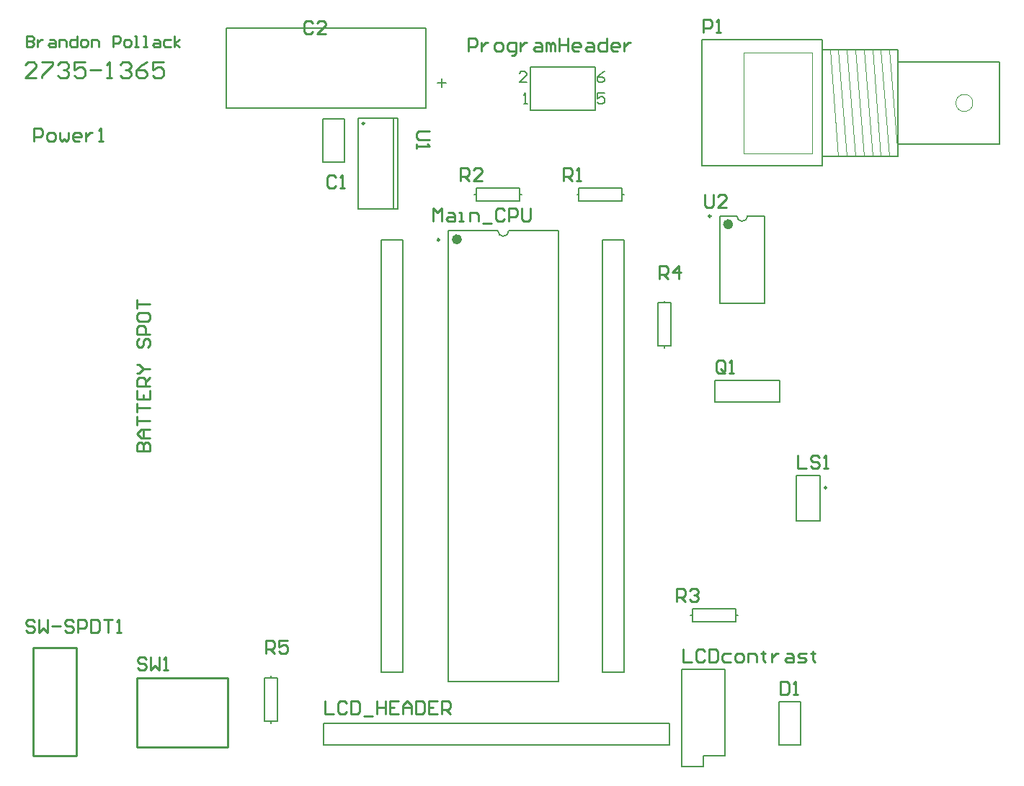
<source format=gto>
%FSLAX25Y25*%
%MOIN*%
G70*
G01*
G75*
G04 Layer_Color=65535*
%ADD10C,0.01000*%
%ADD11R,0.05906X0.05906*%
%ADD12C,0.05906*%
%ADD13C,0.07500*%
%ADD14C,0.12992*%
%ADD15C,0.04724*%
%ADD16R,0.04724X0.04724*%
%ADD17C,0.05512*%
%ADD18R,0.05906X0.05906*%
%ADD19C,0.20000*%
%ADD20C,0.05600*%
%ADD21C,0.06299*%
%ADD22R,0.06299X0.06299*%
%ADD23C,0.06299*%
%ADD24R,0.06299X0.06299*%
%ADD25C,0.05000*%
%ADD26C,0.00098*%
%ADD27C,0.00984*%
%ADD28C,0.02362*%
%ADD29C,0.00787*%
%ADD30C,0.00098*%
%ADD31C,0.00800*%
%ADD32C,0.00591*%
D10*
X205000Y109000D02*
Y141000D01*
X163000Y109000D02*
X205000D01*
X163000D02*
Y141000D01*
X205000D01*
X135000Y105000D02*
Y125000D01*
X115000Y155000D02*
X135000D01*
Y125000D02*
Y155000D01*
X115000Y105000D02*
X135000D01*
X115000D02*
Y155000D01*
X167499Y149498D02*
X166499Y150498D01*
X164500D01*
X163500Y149498D01*
Y148499D01*
X164500Y147499D01*
X166499D01*
X167499Y146499D01*
Y145500D01*
X166499Y144500D01*
X164500D01*
X163500Y145500D01*
X169498Y150498D02*
Y144500D01*
X171497Y146499D01*
X173497Y144500D01*
Y150498D01*
X175496Y144500D02*
X177496D01*
X176496D01*
Y150498D01*
X175496Y149498D01*
X254999Y372498D02*
X253999Y373498D01*
X252000D01*
X251000Y372498D01*
Y368500D01*
X252000Y367500D01*
X253999D01*
X254999Y368500D01*
X256998Y367500D02*
X258997D01*
X257998D01*
Y373498D01*
X256998Y372498D01*
X244499Y443998D02*
X243499Y444998D01*
X241500D01*
X240500Y443998D01*
Y440000D01*
X241500Y439000D01*
X243499D01*
X244499Y440000D01*
X250497Y439000D02*
X246498D01*
X250497Y442999D01*
Y443998D01*
X249497Y444998D01*
X247498D01*
X246498Y443998D01*
X460600Y139398D02*
Y133400D01*
X463599D01*
X464599Y134400D01*
Y138398D01*
X463599Y139398D01*
X460600D01*
X466598Y133400D02*
X468597D01*
X467598D01*
Y139398D01*
X466598Y138398D01*
X250100Y130398D02*
Y124400D01*
X254099D01*
X260097Y129398D02*
X259097Y130398D01*
X257098D01*
X256098Y129398D01*
Y125400D01*
X257098Y124400D01*
X259097D01*
X260097Y125400D01*
X262096Y130398D02*
Y124400D01*
X265095D01*
X266095Y125400D01*
Y129398D01*
X265095Y130398D01*
X262096D01*
X268094Y123400D02*
X272093D01*
X274092Y130398D02*
Y124400D01*
Y127399D01*
X278091D01*
Y130398D01*
Y124400D01*
X284089Y130398D02*
X280090D01*
Y124400D01*
X284089D01*
X280090Y127399D02*
X282090D01*
X286088Y124400D02*
Y128399D01*
X288088Y130398D01*
X290087Y128399D01*
Y124400D01*
Y127399D01*
X286088D01*
X292086Y130398D02*
Y124400D01*
X295085D01*
X296085Y125400D01*
Y129398D01*
X295085Y130398D01*
X292086D01*
X302083D02*
X298084D01*
Y124400D01*
X302083D01*
X298084Y127399D02*
X300084D01*
X304082Y124400D02*
Y130398D01*
X307082D01*
X308081Y129398D01*
Y127399D01*
X307082Y126399D01*
X304082D01*
X306082D02*
X308081Y124400D01*
X415600Y154398D02*
Y148400D01*
X419599D01*
X425597Y153398D02*
X424597Y154398D01*
X422598D01*
X421598Y153398D01*
Y149400D01*
X422598Y148400D01*
X424597D01*
X425597Y149400D01*
X427596Y154398D02*
Y148400D01*
X430595D01*
X431595Y149400D01*
Y153398D01*
X430595Y154398D01*
X427596D01*
X437593Y152399D02*
X434594D01*
X433594Y151399D01*
Y149400D01*
X434594Y148400D01*
X437593D01*
X440592D02*
X442591D01*
X443591Y149400D01*
Y151399D01*
X442591Y152399D01*
X440592D01*
X439592Y151399D01*
Y149400D01*
X440592Y148400D01*
X445590D02*
Y152399D01*
X448589D01*
X449589Y151399D01*
Y148400D01*
X452588Y153398D02*
Y152399D01*
X451588D01*
X453588D01*
X452588D01*
Y149400D01*
X453588Y148400D01*
X456587Y152399D02*
Y148400D01*
Y150399D01*
X457586Y151399D01*
X458586Y152399D01*
X459586D01*
X463585D02*
X465584D01*
X466583Y151399D01*
Y148400D01*
X463585D01*
X462585Y149400D01*
X463585Y150399D01*
X466583D01*
X468583Y148400D02*
X471582D01*
X472582Y149400D01*
X471582Y150399D01*
X469583D01*
X468583Y151399D01*
X469583Y152399D01*
X472582D01*
X475581Y153398D02*
Y152399D01*
X474581D01*
X476580D01*
X475581D01*
Y149400D01*
X476580Y148400D01*
X468600Y243898D02*
Y237900D01*
X472599D01*
X478597Y242898D02*
X477597Y243898D01*
X475598D01*
X474598Y242898D01*
Y241899D01*
X475598Y240899D01*
X477597D01*
X478597Y239899D01*
Y238900D01*
X477597Y237900D01*
X475598D01*
X474598Y238900D01*
X480596Y237900D02*
X482595D01*
X481596D01*
Y243898D01*
X480596Y242898D01*
X300150Y352250D02*
Y358248D01*
X302149Y356249D01*
X304149Y358248D01*
Y352250D01*
X307148Y356249D02*
X309147D01*
X310147Y355249D01*
Y352250D01*
X307148D01*
X306148Y353250D01*
X307148Y354249D01*
X310147D01*
X312146Y352250D02*
X314145D01*
X313146D01*
Y356249D01*
X312146D01*
X317144Y352250D02*
Y356249D01*
X320144D01*
X321143Y355249D01*
Y352250D01*
X323143Y351250D02*
X327141D01*
X333139Y357248D02*
X332140Y358248D01*
X330140D01*
X329141Y357248D01*
Y353250D01*
X330140Y352250D01*
X332140D01*
X333139Y353250D01*
X335139Y352250D02*
Y358248D01*
X338138D01*
X339137Y357248D01*
Y355249D01*
X338138Y354249D01*
X335139D01*
X341137Y358248D02*
Y353250D01*
X342136Y352250D01*
X344136D01*
X345135Y353250D01*
Y358248D01*
X425100Y439500D02*
Y445498D01*
X428099D01*
X429099Y444498D01*
Y442499D01*
X428099Y441499D01*
X425100D01*
X431098Y439500D02*
X433097D01*
X432098D01*
Y445498D01*
X431098Y444498D01*
X115350Y389250D02*
Y395248D01*
X118349D01*
X119349Y394248D01*
Y392249D01*
X118349Y391249D01*
X115350D01*
X122348Y389250D02*
X124347D01*
X125347Y390250D01*
Y392249D01*
X124347Y393249D01*
X122348D01*
X121348Y392249D01*
Y390250D01*
X122348Y389250D01*
X127346Y393249D02*
Y390250D01*
X128346Y389250D01*
X129346Y390250D01*
X130345Y389250D01*
X131345Y390250D01*
Y393249D01*
X136343Y389250D02*
X134344D01*
X133344Y390250D01*
Y392249D01*
X134344Y393249D01*
X136343D01*
X137343Y392249D01*
Y391249D01*
X133344D01*
X139342Y393249D02*
Y389250D01*
Y391249D01*
X140342Y392249D01*
X141342Y393249D01*
X142341D01*
X145340Y389250D02*
X147340D01*
X146340D01*
Y395248D01*
X145340Y394248D01*
X316500Y431000D02*
Y436998D01*
X319499D01*
X320499Y435998D01*
Y433999D01*
X319499Y432999D01*
X316500D01*
X322498Y434999D02*
Y431000D01*
Y432999D01*
X323498Y433999D01*
X324497Y434999D01*
X325497D01*
X329496Y431000D02*
X331495D01*
X332495Y432000D01*
Y433999D01*
X331495Y434999D01*
X329496D01*
X328496Y433999D01*
Y432000D01*
X329496Y431000D01*
X336493Y429001D02*
X337493D01*
X338493Y430000D01*
Y434999D01*
X335494D01*
X334494Y433999D01*
Y432000D01*
X335494Y431000D01*
X338493D01*
X340492Y434999D02*
Y431000D01*
Y432999D01*
X341492Y433999D01*
X342492Y434999D01*
X343491D01*
X347490D02*
X349489D01*
X350489Y433999D01*
Y431000D01*
X347490D01*
X346490Y432000D01*
X347490Y432999D01*
X350489D01*
X352488Y431000D02*
Y434999D01*
X353488D01*
X354488Y433999D01*
Y431000D01*
Y433999D01*
X355487Y434999D01*
X356487Y433999D01*
Y431000D01*
X358486Y436998D02*
Y431000D01*
Y433999D01*
X362485D01*
Y436998D01*
Y431000D01*
X367483D02*
X365484D01*
X364485Y432000D01*
Y433999D01*
X365484Y434999D01*
X367483D01*
X368483Y433999D01*
Y432999D01*
X364485D01*
X371482Y434999D02*
X373482D01*
X374481Y433999D01*
Y431000D01*
X371482D01*
X370482Y432000D01*
X371482Y432999D01*
X374481D01*
X380479Y436998D02*
Y431000D01*
X377480D01*
X376481Y432000D01*
Y433999D01*
X377480Y434999D01*
X380479D01*
X385478Y431000D02*
X383478D01*
X382479Y432000D01*
Y433999D01*
X383478Y434999D01*
X385478D01*
X386477Y433999D01*
Y432999D01*
X382479D01*
X388477Y434999D02*
Y431000D01*
Y432999D01*
X389476Y433999D01*
X390476Y434999D01*
X391476D01*
X435099Y282900D02*
Y286898D01*
X434099Y287898D01*
X432100D01*
X431100Y286898D01*
Y282900D01*
X432100Y281900D01*
X434099D01*
X433099Y283899D02*
X435099Y281900D01*
X434099D02*
X435099Y282900D01*
X437098Y281900D02*
X439097D01*
X438098D01*
Y287898D01*
X437098Y286898D01*
X360300Y370900D02*
Y376898D01*
X363299D01*
X364299Y375898D01*
Y373899D01*
X363299Y372899D01*
X360300D01*
X362299D02*
X364299Y370900D01*
X366298D02*
X368297D01*
X367298D01*
Y376898D01*
X366298Y375898D01*
X312800Y370900D02*
Y376898D01*
X315799D01*
X316799Y375898D01*
Y373899D01*
X315799Y372899D01*
X312800D01*
X314799D02*
X316799Y370900D01*
X322797D02*
X318798D01*
X322797Y374899D01*
Y375898D01*
X321797Y376898D01*
X319798D01*
X318798Y375898D01*
X412800Y176400D02*
Y182398D01*
X415799D01*
X416799Y181398D01*
Y179399D01*
X415799Y178399D01*
X412800D01*
X414799D02*
X416799Y176400D01*
X418798Y181398D02*
X419798Y182398D01*
X421797D01*
X422797Y181398D01*
Y180399D01*
X421797Y179399D01*
X420797D01*
X421797D01*
X422797Y178399D01*
Y177400D01*
X421797Y176400D01*
X419798D01*
X418798Y177400D01*
X404600Y325700D02*
Y331698D01*
X407599D01*
X408599Y330698D01*
Y328699D01*
X407599Y327699D01*
X404600D01*
X406599D02*
X408599Y325700D01*
X413597D02*
Y331698D01*
X410598Y328699D01*
X414597D01*
X222600Y152200D02*
Y158198D01*
X225599D01*
X226599Y157198D01*
Y155199D01*
X225599Y154199D01*
X222600D01*
X224599D02*
X226599Y152200D01*
X232597Y158198D02*
X228598D01*
Y155199D01*
X230597Y156199D01*
X231597D01*
X232597Y155199D01*
Y153200D01*
X231597Y152200D01*
X229598D01*
X228598Y153200D01*
X298498Y394000D02*
X293500D01*
X292500Y393000D01*
Y391001D01*
X293500Y390001D01*
X298498D01*
X292500Y388002D02*
Y386003D01*
Y387002D01*
X298498D01*
X297498Y388002D01*
X425600Y364598D02*
Y359600D01*
X426600Y358600D01*
X428599D01*
X429599Y359600D01*
Y364598D01*
X435597Y358600D02*
X431598D01*
X435597Y362599D01*
Y363598D01*
X434597Y364598D01*
X432598D01*
X431598Y363598D01*
X115799Y167098D02*
X114799Y168098D01*
X112800D01*
X111800Y167098D01*
Y166099D01*
X112800Y165099D01*
X114799D01*
X115799Y164099D01*
Y163100D01*
X114799Y162100D01*
X112800D01*
X111800Y163100D01*
X117798Y168098D02*
Y162100D01*
X119797Y164099D01*
X121797Y162100D01*
Y168098D01*
X123796Y165099D02*
X127795D01*
X133793Y167098D02*
X132793Y168098D01*
X130794D01*
X129794Y167098D01*
Y166099D01*
X130794Y165099D01*
X132793D01*
X133793Y164099D01*
Y163100D01*
X132793Y162100D01*
X130794D01*
X129794Y163100D01*
X135792Y162100D02*
Y168098D01*
X138791D01*
X139791Y167098D01*
Y165099D01*
X138791Y164099D01*
X135792D01*
X141790Y168098D02*
Y162100D01*
X144789D01*
X145789Y163100D01*
Y167098D01*
X144789Y168098D01*
X141790D01*
X147788D02*
X151787D01*
X149788D01*
Y162100D01*
X153786D02*
X155786D01*
X154786D01*
Y168098D01*
X153786Y167098D01*
X163002Y246000D02*
X169000D01*
Y248999D01*
X168000Y249999D01*
X167001D01*
X166001Y248999D01*
Y246000D01*
Y248999D01*
X165001Y249999D01*
X164002D01*
X163002Y248999D01*
Y246000D01*
X169000Y251998D02*
X165001D01*
X163002Y253997D01*
X165001Y255997D01*
X169000D01*
X166001D01*
Y251998D01*
X163002Y257996D02*
Y261995D01*
Y259996D01*
X169000D01*
X163002Y263994D02*
Y267993D01*
Y265993D01*
X169000D01*
X163002Y273991D02*
Y269992D01*
X169000D01*
Y273991D01*
X166001Y269992D02*
Y271992D01*
X169000Y275990D02*
X163002D01*
Y278989D01*
X164002Y279989D01*
X166001D01*
X167001Y278989D01*
Y275990D01*
Y277990D02*
X169000Y279989D01*
X163002Y281988D02*
X164002D01*
X166001Y283988D01*
X164002Y285987D01*
X163002D01*
X166001Y283988D02*
X169000D01*
X164002Y297983D02*
X163002Y296984D01*
Y294984D01*
X164002Y293985D01*
X165001D01*
X166001Y294984D01*
Y296984D01*
X167001Y297983D01*
X168000D01*
X169000Y296984D01*
Y294984D01*
X168000Y293985D01*
X169000Y299983D02*
X163002D01*
Y302982D01*
X164002Y303981D01*
X166001D01*
X167001Y302982D01*
Y299983D01*
X163002Y308980D02*
Y306980D01*
X164002Y305981D01*
X168000D01*
X169000Y306980D01*
Y308980D01*
X168000Y309979D01*
X164002D01*
X163002Y308980D01*
Y311979D02*
Y315977D01*
Y313978D01*
X169000D01*
X112000Y437998D02*
Y433000D01*
X114499D01*
X115332Y433833D01*
Y434666D01*
X114499Y435499D01*
X112000D01*
X114499D01*
X115332Y436332D01*
Y437165D01*
X114499Y437998D01*
X112000D01*
X116998Y436332D02*
Y433000D01*
Y434666D01*
X117831Y435499D01*
X118665Y436332D01*
X119498D01*
X122830D02*
X124496D01*
X125329Y435499D01*
Y433000D01*
X122830D01*
X121997Y433833D01*
X122830Y434666D01*
X125329D01*
X126995Y433000D02*
Y436332D01*
X129494D01*
X130327Y435499D01*
Y433000D01*
X135326Y437998D02*
Y433000D01*
X132827D01*
X131993Y433833D01*
Y435499D01*
X132827Y436332D01*
X135326D01*
X137825Y433000D02*
X139491D01*
X140324Y433833D01*
Y435499D01*
X139491Y436332D01*
X137825D01*
X136992Y435499D01*
Y433833D01*
X137825Y433000D01*
X141990D02*
Y436332D01*
X144490D01*
X145323Y435499D01*
Y433000D01*
X151987D02*
Y437998D01*
X154486D01*
X155319Y437165D01*
Y435499D01*
X154486Y434666D01*
X151987D01*
X157818Y433000D02*
X159485D01*
X160318Y433833D01*
Y435499D01*
X159485Y436332D01*
X157818D01*
X156985Y435499D01*
Y433833D01*
X157818Y433000D01*
X161984D02*
X163650D01*
X162817D01*
Y437998D01*
X161984D01*
X166149Y433000D02*
X167815D01*
X166982D01*
Y437998D01*
X166149D01*
X171148Y436332D02*
X172814D01*
X173647Y435499D01*
Y433000D01*
X171148D01*
X170314Y433833D01*
X171148Y434666D01*
X173647D01*
X178645Y436332D02*
X176146D01*
X175313Y435499D01*
Y433833D01*
X176146Y433000D01*
X178645D01*
X180311D02*
Y437998D01*
Y434666D02*
X182810Y436332D01*
X180311Y434666D02*
X182810Y433000D01*
X116498Y418500D02*
X111500D01*
X116498Y423498D01*
Y424748D01*
X115249Y425998D01*
X112750D01*
X111500Y424748D01*
X118998Y425998D02*
X123996D01*
Y424748D01*
X118998Y419750D01*
Y418500D01*
X126495Y424748D02*
X127745Y425998D01*
X130244D01*
X131493Y424748D01*
Y423498D01*
X130244Y422249D01*
X128994D01*
X130244D01*
X131493Y420999D01*
Y419750D01*
X130244Y418500D01*
X127745D01*
X126495Y419750D01*
X138991Y425998D02*
X133993D01*
Y422249D01*
X136492Y423498D01*
X137741D01*
X138991Y422249D01*
Y419750D01*
X137741Y418500D01*
X135242D01*
X133993Y419750D01*
X141490Y422249D02*
X146489D01*
X148988Y418500D02*
X151487D01*
X150238D01*
Y425998D01*
X148988Y424748D01*
X155236D02*
X156485Y425998D01*
X158985D01*
X160234Y424748D01*
Y423498D01*
X158985Y422249D01*
X157735D01*
X158985D01*
X160234Y420999D01*
Y419750D01*
X158985Y418500D01*
X156485D01*
X155236Y419750D01*
X167732Y425998D02*
X165233Y424748D01*
X162733Y422249D01*
Y419750D01*
X163983Y418500D01*
X166482D01*
X167732Y419750D01*
Y420999D01*
X166482Y422249D01*
X162733D01*
X175229Y425998D02*
X170231D01*
Y422249D01*
X172730Y423498D01*
X173980D01*
X175229Y422249D01*
Y419750D01*
X173980Y418500D01*
X171481D01*
X170231Y419750D01*
D26*
X549717Y407000D02*
G03*
X549717Y407000I-3937J0D01*
G01*
X475307Y383772D02*
Y430228D01*
X483575Y431606D02*
X487512Y382394D01*
Y431606D02*
X491449Y382394D01*
Y431606D02*
X495386Y382394D01*
Y431606D02*
X499323Y382394D01*
Y431606D02*
X503260Y382394D01*
Y431606D02*
X507197Y382394D01*
Y431606D02*
X511134Y382394D01*
Y431606D02*
X515071Y382394D01*
D27*
X482063Y229000D02*
G03*
X482063Y229000I-492J0D01*
G01*
X302992Y343618D02*
G03*
X302992Y343618I-492J0D01*
G01*
X428492Y354618D02*
G03*
X428492Y354618I-492J0D01*
G01*
X268268Y397504D02*
G03*
X268268Y397504I-492J0D01*
G01*
D28*
X312224Y343894D02*
G03*
X312224Y343894I-1181J0D01*
G01*
X437685Y350839D02*
G03*
X437685Y350839I-1181J0D01*
G01*
D29*
X330000Y347831D02*
G03*
X335000Y347831I2500J0D01*
G01*
X440500Y354776D02*
G03*
X445500Y354776I2500J0D01*
G01*
X430500Y278500D02*
X460500D01*
X430500Y268500D02*
Y278500D01*
Y268500D02*
X460500D01*
Y278500D01*
X515071Y388102D02*
Y425898D01*
X480032Y382394D02*
Y431606D01*
X424520Y377866D02*
X480032D01*
Y382394D01*
X515071D01*
Y388102D01*
X561921D01*
Y425898D01*
X515071D02*
X561921D01*
X515071D02*
Y431606D01*
X480032D02*
X515071D01*
X480032D02*
Y436134D01*
X424520D02*
X480032D01*
X424520Y377866D02*
Y436134D01*
X435000Y105000D02*
Y145000D01*
X425000Y105000D02*
X435000D01*
X425000Y100000D02*
Y105000D01*
X415000Y100000D02*
X425000D01*
X415000D02*
Y145000D01*
X435000D01*
X340000Y364500D02*
X340900D01*
X319100D02*
X320000D01*
X340000Y361500D02*
Y364500D01*
X320000Y361500D02*
X340000D01*
X320000D02*
Y367500D01*
X340000D01*
Y364500D02*
Y367500D01*
X387500Y364500D02*
X388400D01*
X366600D02*
X367500D01*
X387500Y361500D02*
Y364500D01*
X367500Y361500D02*
X387500D01*
X367500D02*
Y367500D01*
X387500D01*
Y364500D02*
Y367500D01*
X440000Y170000D02*
X440900D01*
X419100D02*
X420000D01*
X440000Y167000D02*
Y170000D01*
X420000Y167000D02*
X440000D01*
X420000D02*
Y173000D01*
X440000D01*
Y170000D02*
Y173000D01*
X470000Y110000D02*
Y130000D01*
X460000D02*
X470000D01*
X460000Y110000D02*
Y130000D01*
Y110000D02*
X470000D01*
X249500D02*
Y120000D01*
Y110000D02*
X402000D01*
X409500D01*
Y120000D01*
X249500D02*
X409500D01*
X407000Y293600D02*
Y294500D01*
Y314500D02*
Y315400D01*
X404000Y294500D02*
X407000D01*
X404000D02*
Y314500D01*
X410000D01*
Y294500D02*
Y314500D01*
X407000Y294500D02*
X410000D01*
X467988Y234512D02*
X479012D01*
X467988Y213488D02*
X479012D01*
Y234512D01*
X467988Y213488D02*
Y234512D01*
X225000Y141000D02*
Y141900D01*
Y120100D02*
Y121000D01*
Y141000D02*
X228000D01*
Y121000D02*
Y141000D01*
X222000Y121000D02*
X228000D01*
X222000D02*
Y141000D01*
X225000D01*
X307106Y139169D02*
X357894D01*
X335000Y347831D02*
X357894D01*
X307106D02*
X330000D01*
X357894Y139169D02*
Y347831D01*
X307106Y139169D02*
Y347831D01*
X286000Y143500D02*
Y336000D01*
Y343500D01*
X276000D02*
X286000D01*
X276000Y143500D02*
Y343500D01*
Y143500D02*
X286000D01*
X388500D02*
Y336000D01*
Y343500D01*
X378500D02*
X388500D01*
X378500Y143500D02*
Y343500D01*
Y143500D02*
X388500D01*
X432567Y314224D02*
X453433D01*
X445500Y354776D02*
X453433D01*
X432567D02*
X440500D01*
X453433Y314224D02*
Y354776D01*
X432567Y314224D02*
Y354776D01*
X265217Y357937D02*
X283720D01*
X265217Y400063D02*
X283720D01*
X265217Y357937D02*
Y400063D01*
X283720Y357937D02*
Y400063D01*
X281752Y357937D02*
Y400063D01*
X259000Y379500D02*
Y399500D01*
X249000D02*
X259000D01*
X249000Y379500D02*
Y399500D01*
Y379500D02*
X259000D01*
X355833Y403500D02*
X375000D01*
X345000D02*
X375000D01*
X345000Y423500D02*
X375000D01*
X345000Y403500D02*
Y423500D01*
X375000Y403500D02*
Y423500D01*
X204240Y404496D02*
Y441504D01*
X296760Y404496D02*
Y441504D01*
X204240D02*
X296760D01*
X204240Y404496D02*
X296760D01*
D30*
X561921Y388102D02*
Y425898D01*
X515071D02*
X561921D01*
X515071Y388102D02*
Y425898D01*
Y388102D02*
X561921D01*
X515071Y382394D02*
Y388102D01*
X480032Y382394D02*
X515071D01*
X480032D02*
Y431606D01*
X515071D01*
Y425898D02*
Y431606D01*
X480032Y377866D02*
Y382394D01*
X424520Y377866D02*
X480032D01*
X424520D02*
Y436134D01*
X480032D01*
Y431606D02*
Y436134D01*
X443811Y430228D02*
X475307D01*
X443811Y383772D02*
Y430228D01*
Y383772D02*
X475307D01*
D31*
X342000Y406500D02*
X343666D01*
X342833D01*
Y411498D01*
X342000Y410665D01*
X343332Y416500D02*
X340000D01*
X343332Y419832D01*
Y420665D01*
X342499Y421498D01*
X340833D01*
X340000Y420665D01*
X379332Y411498D02*
X376000D01*
Y408999D01*
X377666Y409832D01*
X378499D01*
X379332Y408999D01*
Y407333D01*
X378499Y406500D01*
X376833D01*
X376000Y407333D01*
X379332Y421498D02*
X377666Y420665D01*
X376000Y418999D01*
Y417333D01*
X376833Y416500D01*
X378499D01*
X379332Y417333D01*
Y418166D01*
X378499Y418999D01*
X376000D01*
D32*
X305933Y416406D02*
X301997D01*
X303965Y414439D02*
Y418374D01*
M02*

</source>
